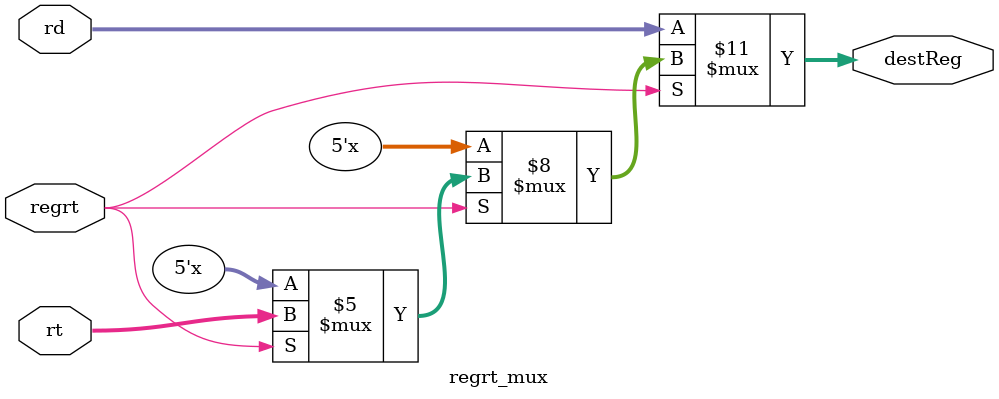
<source format=v>
`timescale 1ns / 1ps
module regrt_mux(
    input wire [4:0] rt,
    input wire [4:0] rd,
    input wire regrt,
    
    output reg[4:0] destReg
    );
always @(*)
begin
    if (regrt == 0) //sets the value of destReg according to the value of regrt
    begin
        destReg = rd;
    end
    else if (regrt == 1)
    begin
        destReg = rt;
    end   
end
endmodule

</source>
